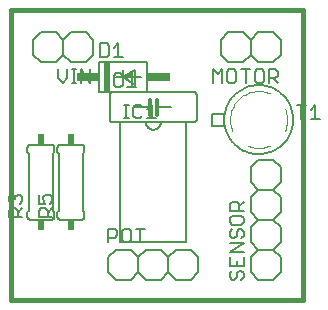
<source format=gto>
G75*
G70*
%OFA0B0*%
%FSLAX24Y24*%
%IPPOS*%
%LPD*%
%AMOC8*
5,1,8,0,0,1.08239X$1,22.5*
%
%ADD10C,0.0160*%
%ADD11C,0.0060*%
%ADD12C,0.0050*%
%ADD13C,0.0020*%
%ADD14R,0.0200X0.1000*%
%ADD15R,0.0750X0.0300*%
%ADD16R,0.0240X0.0340*%
%ADD17C,0.0120*%
D10*
X000367Y000180D02*
X010117Y000180D01*
X010117Y009867D01*
X000367Y009867D01*
X000367Y000180D01*
D11*
X003617Y001117D02*
X003867Y000867D01*
X004367Y000867D01*
X004617Y001117D01*
X004867Y000867D01*
X005367Y000867D01*
X005617Y001117D01*
X005867Y000867D01*
X006367Y000867D01*
X006617Y001117D01*
X006617Y001617D01*
X006367Y001867D01*
X005867Y001867D01*
X005617Y001617D01*
X005617Y001117D01*
X005617Y001617D02*
X005367Y001867D01*
X004867Y001867D01*
X004617Y001617D01*
X004617Y001117D01*
X004617Y001617D02*
X004367Y001867D01*
X003867Y001867D01*
X003617Y001617D01*
X003617Y001117D01*
X004017Y002117D02*
X006217Y002117D01*
X006217Y006117D01*
X005367Y006117D01*
X005365Y006087D01*
X005360Y006057D01*
X005351Y006028D01*
X005338Y006001D01*
X005323Y005975D01*
X005304Y005951D01*
X005283Y005930D01*
X005259Y005911D01*
X005233Y005896D01*
X005206Y005883D01*
X005177Y005874D01*
X005147Y005869D01*
X005117Y005867D01*
X005087Y005869D01*
X005057Y005874D01*
X005028Y005883D01*
X005001Y005896D01*
X004975Y005911D01*
X004951Y005930D01*
X004930Y005951D01*
X004911Y005975D01*
X004896Y006001D01*
X004883Y006028D01*
X004874Y006057D01*
X004869Y006087D01*
X004867Y006117D01*
X004017Y006117D01*
X004017Y002117D01*
X002817Y002967D02*
X002817Y003117D01*
X002767Y003167D01*
X002767Y005067D01*
X002817Y005117D01*
X002817Y005267D01*
X002815Y005284D01*
X002811Y005301D01*
X002804Y005317D01*
X002794Y005331D01*
X002781Y005344D01*
X002767Y005354D01*
X002751Y005361D01*
X002734Y005365D01*
X002717Y005367D01*
X002017Y005367D01*
X002000Y005365D01*
X001983Y005361D01*
X001967Y005354D01*
X001953Y005344D01*
X001940Y005331D01*
X001930Y005317D01*
X001923Y005301D01*
X001919Y005284D01*
X001917Y005267D01*
X001917Y005117D01*
X001967Y005067D01*
X001967Y003167D01*
X001917Y003117D01*
X001917Y002967D01*
X001919Y002950D01*
X001923Y002933D01*
X001930Y002917D01*
X001940Y002903D01*
X001953Y002890D01*
X001967Y002880D01*
X001983Y002873D01*
X002000Y002869D01*
X002017Y002867D01*
X002717Y002867D01*
X002734Y002869D01*
X002751Y002873D01*
X002767Y002880D01*
X002781Y002890D01*
X002794Y002903D01*
X002804Y002917D01*
X002811Y002933D01*
X002815Y002950D01*
X002817Y002967D01*
X001817Y002967D02*
X001817Y003117D01*
X001767Y003167D01*
X001767Y005067D01*
X001817Y005117D01*
X001817Y005267D01*
X001815Y005284D01*
X001811Y005301D01*
X001804Y005317D01*
X001794Y005331D01*
X001781Y005344D01*
X001767Y005354D01*
X001751Y005361D01*
X001734Y005365D01*
X001717Y005367D01*
X001017Y005367D01*
X001000Y005365D01*
X000983Y005361D01*
X000967Y005354D01*
X000953Y005344D01*
X000940Y005331D01*
X000930Y005317D01*
X000923Y005301D01*
X000919Y005284D01*
X000917Y005267D01*
X000917Y005117D01*
X000967Y005067D01*
X000967Y003167D01*
X000917Y003117D01*
X000917Y002967D01*
X000919Y002950D01*
X000923Y002933D01*
X000930Y002917D01*
X000940Y002903D01*
X000953Y002890D01*
X000967Y002880D01*
X000983Y002873D01*
X001000Y002869D01*
X001017Y002867D01*
X001717Y002867D01*
X001734Y002869D01*
X001751Y002873D01*
X001767Y002880D01*
X001781Y002890D01*
X001794Y002903D01*
X001804Y002917D01*
X001811Y002933D01*
X001815Y002950D01*
X001817Y002967D01*
X003767Y006117D02*
X006467Y006117D01*
X006484Y006119D01*
X006501Y006123D01*
X006517Y006130D01*
X006531Y006140D01*
X006544Y006153D01*
X006554Y006167D01*
X006561Y006183D01*
X006565Y006200D01*
X006567Y006217D01*
X006567Y007017D01*
X006565Y007034D01*
X006561Y007051D01*
X006554Y007067D01*
X006544Y007081D01*
X006531Y007094D01*
X006517Y007104D01*
X006501Y007111D01*
X006484Y007115D01*
X006467Y007117D01*
X003767Y007117D01*
X003750Y007115D01*
X003733Y007111D01*
X003717Y007104D01*
X003703Y007094D01*
X003690Y007081D01*
X003680Y007067D01*
X003673Y007051D01*
X003669Y007034D01*
X003667Y007017D01*
X003667Y006217D01*
X003669Y006200D01*
X003673Y006183D01*
X003680Y006167D01*
X003690Y006153D01*
X003703Y006140D01*
X003717Y006130D01*
X003733Y006123D01*
X003750Y006119D01*
X003767Y006117D01*
X004517Y006617D02*
X004997Y006617D01*
X005247Y006617D02*
X005717Y006617D01*
X004917Y007117D02*
X004917Y008117D01*
X003317Y008117D01*
X003317Y007117D01*
X004917Y007117D01*
X004517Y007367D02*
X004117Y007617D01*
X004117Y007367D01*
X004117Y007617D02*
X003867Y007617D01*
X004117Y007617D02*
X004117Y007867D01*
X004117Y007617D02*
X004517Y007867D01*
X004517Y007367D01*
X004717Y007617D02*
X004117Y007617D01*
X003117Y008367D02*
X002867Y008117D01*
X002367Y008117D01*
X002117Y008367D01*
X001867Y008117D01*
X001367Y008117D01*
X001117Y008367D01*
X001117Y008867D01*
X001367Y009117D01*
X001867Y009117D01*
X002117Y008867D01*
X002367Y009117D01*
X002867Y009117D01*
X003117Y008867D01*
X003117Y008367D01*
X002117Y008367D02*
X002117Y008867D01*
X007367Y008867D02*
X007367Y008367D01*
X007617Y008117D01*
X008117Y008117D01*
X008367Y008367D01*
X008367Y008867D01*
X008117Y009117D01*
X007617Y009117D01*
X007367Y008867D01*
X008367Y008867D02*
X008617Y009117D01*
X009117Y009117D01*
X009367Y008867D01*
X009367Y008367D01*
X009117Y008117D01*
X008617Y008117D01*
X008367Y008367D01*
X008617Y004867D02*
X009117Y004867D01*
X009367Y004617D01*
X009367Y004117D01*
X009117Y003867D01*
X009367Y003617D01*
X009367Y003117D01*
X009117Y002867D01*
X009367Y002617D01*
X009367Y002117D01*
X009117Y001867D01*
X009367Y001617D01*
X009367Y001117D01*
X009117Y000867D01*
X008617Y000867D01*
X008367Y001117D01*
X008367Y001617D01*
X008617Y001867D01*
X008367Y002117D01*
X008367Y002617D01*
X008617Y002867D01*
X009117Y002867D01*
X008617Y002867D02*
X008367Y003117D01*
X008367Y003617D01*
X008617Y003867D01*
X008367Y004117D01*
X008367Y004617D01*
X008617Y004867D01*
X008617Y003867D02*
X009117Y003867D01*
X009117Y001867D02*
X008617Y001867D01*
D12*
X008122Y001782D02*
X007671Y001782D01*
X008122Y002083D01*
X007671Y002083D01*
X007746Y002243D02*
X007821Y002243D01*
X007896Y002318D01*
X007896Y002468D01*
X007972Y002543D01*
X008047Y002543D01*
X008122Y002468D01*
X008122Y002318D01*
X008047Y002243D01*
X007746Y002243D02*
X007671Y002318D01*
X007671Y002468D01*
X007746Y002543D01*
X007746Y002703D02*
X008047Y002703D01*
X008122Y002778D01*
X008122Y002928D01*
X008047Y003003D01*
X007746Y003003D01*
X007671Y002928D01*
X007671Y002778D01*
X007746Y002703D01*
X007671Y003164D02*
X007671Y003389D01*
X007746Y003464D01*
X007896Y003464D01*
X007972Y003389D01*
X007972Y003164D01*
X007972Y003314D02*
X008122Y003464D01*
X008122Y003164D02*
X007671Y003164D01*
X007671Y001622D02*
X007671Y001322D01*
X008122Y001322D01*
X008122Y001622D01*
X007896Y001472D02*
X007896Y001322D01*
X007972Y001162D02*
X008047Y001162D01*
X008122Y001087D01*
X008122Y000937D01*
X008047Y000862D01*
X007896Y000937D02*
X007896Y001087D01*
X007972Y001162D01*
X007746Y001162D02*
X007671Y001087D01*
X007671Y000937D01*
X007746Y000862D01*
X007821Y000862D01*
X007896Y000937D01*
X004833Y002562D02*
X004532Y002562D01*
X004372Y002487D02*
X004297Y002562D01*
X004147Y002562D01*
X004072Y002487D01*
X004072Y002187D01*
X004147Y002112D01*
X004297Y002112D01*
X004372Y002187D01*
X004372Y002487D01*
X004683Y002562D02*
X004683Y002112D01*
X003912Y002337D02*
X003837Y002262D01*
X003612Y002262D01*
X003612Y002112D02*
X003612Y002562D01*
X003837Y002562D01*
X003912Y002487D01*
X003912Y002337D01*
X001742Y002942D02*
X001291Y002942D01*
X001291Y003167D01*
X001366Y003242D01*
X001516Y003242D01*
X001592Y003167D01*
X001592Y002942D01*
X001592Y003092D02*
X001742Y003242D01*
X001667Y003402D02*
X001742Y003477D01*
X001742Y003627D01*
X001667Y003702D01*
X001516Y003702D01*
X001441Y003627D01*
X001441Y003552D01*
X001516Y003402D01*
X001291Y003402D01*
X001291Y003702D01*
X000742Y003627D02*
X000742Y003477D01*
X000667Y003402D01*
X000742Y003242D02*
X000592Y003092D01*
X000592Y003167D02*
X000592Y002942D01*
X000742Y002942D02*
X000291Y002942D01*
X000291Y003167D01*
X000366Y003242D01*
X000516Y003242D01*
X000592Y003167D01*
X000366Y003402D02*
X000291Y003477D01*
X000291Y003627D01*
X000366Y003702D01*
X000441Y003702D01*
X000516Y003627D01*
X000592Y003702D01*
X000667Y003702D01*
X000742Y003627D01*
X000516Y003627D02*
X000516Y003552D01*
X004142Y006252D02*
X004292Y006252D01*
X004217Y006252D02*
X004217Y006702D01*
X004142Y006702D02*
X004292Y006702D01*
X004449Y006627D02*
X004449Y006327D01*
X004524Y006252D01*
X004674Y006252D01*
X004749Y006327D01*
X004909Y006252D02*
X005209Y006252D01*
X005059Y006252D02*
X005059Y006702D01*
X004909Y006552D01*
X004749Y006627D02*
X004674Y006702D01*
X004524Y006702D01*
X004449Y006627D01*
X004402Y007292D02*
X004402Y007742D01*
X004252Y007592D01*
X004092Y007667D02*
X004017Y007742D01*
X003867Y007742D01*
X003792Y007667D01*
X003792Y007367D01*
X003867Y007292D01*
X004017Y007292D01*
X004092Y007367D01*
X004252Y007292D02*
X004552Y007292D01*
X004102Y008292D02*
X003802Y008292D01*
X003952Y008292D02*
X003952Y008742D01*
X003802Y008592D01*
X003642Y008667D02*
X003642Y008367D01*
X003567Y008292D01*
X003342Y008292D01*
X003342Y008742D01*
X003567Y008742D01*
X003642Y008667D01*
X003012Y007872D02*
X003012Y007422D01*
X002711Y007872D01*
X002711Y007422D01*
X002554Y007422D02*
X002404Y007422D01*
X002479Y007422D02*
X002479Y007872D01*
X002404Y007872D02*
X002554Y007872D01*
X002244Y007872D02*
X002244Y007572D01*
X002094Y007422D01*
X001944Y007572D01*
X001944Y007872D01*
X007075Y006401D02*
X007075Y006001D01*
X007493Y006001D01*
X007493Y006401D02*
X007075Y006401D01*
X007120Y007422D02*
X007120Y007872D01*
X007270Y007722D01*
X007420Y007872D01*
X007420Y007422D01*
X007580Y007497D02*
X007655Y007422D01*
X007805Y007422D01*
X007880Y007497D01*
X007880Y007797D01*
X007805Y007872D01*
X007655Y007872D01*
X007580Y007797D01*
X007580Y007497D01*
X008040Y007872D02*
X008341Y007872D01*
X008191Y007872D02*
X008191Y007422D01*
X008501Y007497D02*
X008576Y007422D01*
X008726Y007422D01*
X008801Y007497D01*
X008801Y007797D01*
X008726Y007872D01*
X008576Y007872D01*
X008501Y007797D01*
X008501Y007497D01*
X008961Y007572D02*
X009186Y007572D01*
X009262Y007647D01*
X009262Y007797D01*
X009186Y007872D01*
X008961Y007872D01*
X008961Y007422D01*
X009111Y007572D02*
X009262Y007422D01*
X009900Y006676D02*
X010200Y006676D01*
X010050Y006676D02*
X010050Y006226D01*
X010360Y006226D02*
X010661Y006226D01*
X010511Y006226D02*
X010511Y006676D01*
X010360Y006526D01*
X007475Y006201D02*
X007477Y006268D01*
X007483Y006336D01*
X007493Y006403D01*
X007507Y006469D01*
X007524Y006534D01*
X007546Y006598D01*
X007571Y006661D01*
X007600Y006722D01*
X007632Y006781D01*
X007668Y006838D01*
X007707Y006893D01*
X007749Y006946D01*
X007794Y006996D01*
X007842Y007043D01*
X007893Y007088D01*
X007946Y007129D01*
X008002Y007168D01*
X008060Y007203D01*
X008120Y007234D01*
X008181Y007262D01*
X008244Y007286D01*
X008308Y007307D01*
X008374Y007323D01*
X008440Y007336D01*
X008507Y007345D01*
X008574Y007350D01*
X008642Y007351D01*
X008709Y007348D01*
X008776Y007341D01*
X008843Y007330D01*
X008909Y007315D01*
X008974Y007297D01*
X009038Y007274D01*
X009100Y007248D01*
X009161Y007219D01*
X009219Y007185D01*
X009276Y007149D01*
X009331Y007109D01*
X009383Y007066D01*
X009432Y007020D01*
X009479Y006971D01*
X009523Y006920D01*
X009563Y006866D01*
X009601Y006810D01*
X009635Y006751D01*
X009665Y006691D01*
X009692Y006629D01*
X009716Y006566D01*
X009735Y006501D01*
X009751Y006436D01*
X009763Y006369D01*
X009771Y006302D01*
X009775Y006235D01*
X009775Y006167D01*
X009771Y006100D01*
X009763Y006033D01*
X009751Y005966D01*
X009735Y005901D01*
X009716Y005836D01*
X009692Y005773D01*
X009665Y005711D01*
X009635Y005651D01*
X009601Y005592D01*
X009563Y005536D01*
X009523Y005482D01*
X009479Y005431D01*
X009432Y005382D01*
X009383Y005336D01*
X009331Y005293D01*
X009276Y005253D01*
X009219Y005217D01*
X009161Y005183D01*
X009100Y005154D01*
X009038Y005128D01*
X008974Y005105D01*
X008909Y005087D01*
X008843Y005072D01*
X008776Y005061D01*
X008709Y005054D01*
X008642Y005051D01*
X008574Y005052D01*
X008507Y005057D01*
X008440Y005066D01*
X008374Y005079D01*
X008308Y005095D01*
X008244Y005116D01*
X008181Y005140D01*
X008120Y005168D01*
X008060Y005199D01*
X008002Y005234D01*
X007946Y005273D01*
X007893Y005314D01*
X007842Y005359D01*
X007794Y005406D01*
X007749Y005456D01*
X007707Y005509D01*
X007668Y005564D01*
X007632Y005621D01*
X007600Y005680D01*
X007571Y005741D01*
X007546Y005804D01*
X007524Y005868D01*
X007507Y005933D01*
X007493Y005999D01*
X007483Y006066D01*
X007477Y006134D01*
X007475Y006201D01*
D13*
X009502Y005835D02*
X009522Y005889D01*
X009540Y005944D01*
X009554Y006000D01*
X009564Y006057D01*
X009571Y006114D01*
X009575Y006172D01*
X009575Y006230D01*
X009571Y006288D01*
X009564Y006345D01*
X009554Y006402D01*
X009540Y006458D01*
X009522Y006513D01*
X009502Y006567D01*
X008991Y007078D02*
X008934Y007099D01*
X008876Y007117D01*
X008817Y007131D01*
X008757Y007142D01*
X008697Y007148D01*
X008637Y007151D01*
X008576Y007150D01*
X008516Y007145D01*
X008456Y007136D01*
X008396Y007123D01*
X008338Y007107D01*
X008281Y007087D01*
X008225Y007063D01*
X008171Y007036D01*
X008119Y007005D01*
X008068Y006971D01*
X008021Y006934D01*
X007975Y006894D01*
X007932Y006851D01*
X007892Y006805D01*
X007855Y006758D01*
X007821Y006707D01*
X007790Y006655D01*
X007763Y006601D01*
X007739Y006545D01*
X007719Y006488D01*
X007703Y006430D01*
X007690Y006370D01*
X007681Y006310D01*
X007676Y006250D01*
X007675Y006189D01*
X007678Y006129D01*
X007684Y006069D01*
X007695Y006009D01*
X007709Y005950D01*
X007727Y005892D01*
X007748Y005835D01*
X008259Y005324D02*
X008313Y005304D01*
X008368Y005286D01*
X008424Y005272D01*
X008481Y005262D01*
X008538Y005255D01*
X008596Y005251D01*
X008654Y005251D01*
X008712Y005255D01*
X008769Y005262D01*
X008826Y005272D01*
X008882Y005286D01*
X008937Y005304D01*
X008991Y005324D01*
D14*
X003567Y007617D03*
D15*
X002942Y007617D03*
X005292Y007617D03*
D16*
X002367Y005537D03*
X001367Y005537D03*
X001367Y002697D03*
X002367Y002697D03*
D17*
X004997Y006367D02*
X004997Y006617D01*
X004997Y006867D01*
X005247Y006867D02*
X005247Y006617D01*
X005247Y006367D01*
M02*

</source>
